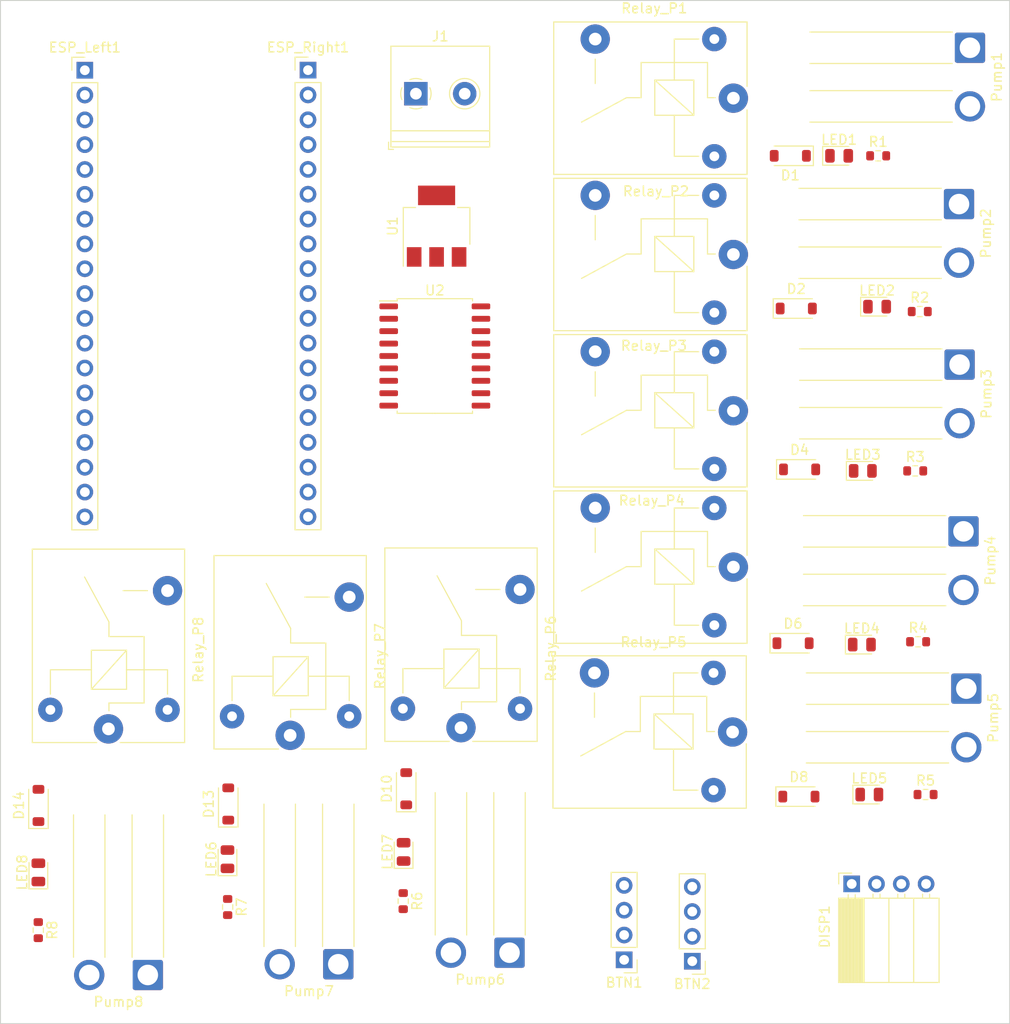
<source format=kicad_pcb>
(kicad_pcb (version 20221018) (generator pcbnew)
  (layers (0 "F.Cu" signal) (31 "B.Cu" signal) (34 "B.Paste" user) (35 "F.Paste" user) (36 "B.SilkS" user "B.Silkscreen") (37 "F.SilkS" user "F.Silkscreen") (38 "B.Mask" user) (39 "F.Mask" user) (44 "Edge.Cuts" user))
  (net 0 "")
  (net 6 "BTN1")
  (net 7 "BTN2")
  (net 8 "5V_P2")
  (net 11 "5V")
  (net 16 "5V_P1")
  (net 24 "5V_P3")
  (net 26 "5V_P4")
  (net 30 "5V_P5")
  (net 31 "5V_P7")
  (net 32 "GND")
  (net 33 "12V")
  (net 34 "12V_P1")
  (net 35 "P1")
  (net 36 "5V_P6")
  (net 37 "5V_P8")
  (net 38 "P8")
  (net 39 "P2")
  (net 40 "P3")
  (net 41 "P4")
  (net 42 "P5")
  (net 43 "P6")
  (net 44 "P7")
  (net 45 "12V_P2")
  (net 46 "12V_P3")
  (net 47 "12V_P4")
  (net 48 "12V_P5")
  (net 49 "12V_P7")
  (net 50 "12V_P6")
  (net 51 "12V_P8")
  (net 52 "Net-(LED1-K)")
  (net 53 "Net-(LED2-K)")
  (net 54 "Net-(LED3-K)")
  (net 55 "Net-(LED4-K)")
  (net 56 "Net-(LED5-K)")
  (net 57 "Net-(LED6-K)")
  (net 58 "Net-(LED7-K)")
  (net 59 "Net-(LED8-K)")
  (footprint "Relay_THT:Relay_SPST_SANYOU_SRD_Series_Form_A" (layer "F.Cu") (at 105 62 180)
    (fp_text reference "Relay_P3" (at 8.14 6.66) (layer "F.SilkS"))
    (fp_text value "SANYOU_SRD_Form_A")
    (pad "1" thru_hole circle (at 0 0 270) (size 3 3) (drill 1.3) (layers "*.Cu" "*.Mask") (net 46 "12V_P3"))
    (pad "2" thru_hole circle (at 1.95 6.05 270) (size 2.5 2.5) (drill 1) (layers "*.Cu" "*.Mask") (net 24 "5V_P3"))
    (pad "3" thru_hole circle (at 14.15 6.05 270) (size 3 3) (drill 1.3) (layers "*.Cu" "*.Mask") (net 33 "12V"))
    (pad "5" thru_hole circle (at 1.95 -5.95 270) (size 2.5 2.5) (drill 1) (layers "*.Cu" "*.Mask") (net 32 "GND"))
  )
  (footprint "Resistor_SMD:R_0603_1608Metric" (layer "F.Cu") (at 124.09 51.84)
    (fp_text reference "R2" (at 0 -1.43) (layer "F.SilkS"))
    (fp_text value "110")
    (pad "1" smd roundrect (at -0.825 0) (size 0.8 0.95) (layers "F.Cu" "F.Paste" "F.Mask") (net 53 "Net-(LED2-K)"))
    (pad "2" smd roundrect (at 0.825 0) (size 0.8 0.95) (layers "F.Cu" "F.Paste" "F.Mask") (net 32 "GND"))
  )
  (footprint "Package_TO_SOT_SMD:SOT-223-3_TabPin2" (layer "F.Cu") (at 74.6 43.1 90)
    (fp_text reference "U1" (at 0 -4.5 90) (layer "F.SilkS"))
    (fp_text value "AMS1117-5.0")
    (pad "1" smd rect (at -3.15 -2.3 90) (size 2 1.5) (layers "F.Cu" "F.Paste" "F.Mask") (net 32 "GND"))
    (pad "2" smd rect (at -3.15 0 90) (size 2 1.5) (layers "F.Cu" "F.Paste" "F.Mask") (net 11 "5V"))
    (pad "2" smd rect (at 3.15 0 90) (size 2 3.8) (layers "F.Cu" "F.Paste" "F.Mask") (net 11 "5V"))
    (pad "3" smd rect (at -3.15 2.3 90) (size 2 1.5) (layers "F.Cu" "F.Paste" "F.Mask") (net 33 "12V"))
  )
  (footprint "LED_SMD:LED_0805_2012Metric" (layer "F.Cu") (at 71.22 107.15 90)
    (fp_text reference "LED7" (at 0 -1.65 90) (layer "F.SilkS"))
    (fp_text value "LED")
    (pad "1" smd roundrect (at -0.9375 0 90) (size 0.975 1.4) (layers "F.Cu" "F.Paste" "F.Mask") (net 58 "Net-(LED7-K)"))
    (pad "2" smd roundrect (at 0.9375 0 90) (size 0.975 1.4) (layers "F.Cu" "F.Paste" "F.Mask") (net 31 "5V_P7"))
  )
  (footprint "LED_SMD:LED_0805_2012Metric" (layer "F.Cu") (at 119.72 51.34)
    (fp_text reference "LED2" (at 0 -1.65) (layer "F.SilkS"))
    (fp_text value "LED")
    (pad "1" smd roundrect (at -0.9375 0) (size 0.975 1.4) (layers "F.Cu" "F.Paste" "F.Mask") (net 53 "Net-(LED2-K)"))
    (pad "2" smd roundrect (at 0.9375 0) (size 0.975 1.4) (layers "F.Cu" "F.Paste" "F.Mask") (net 8 "5V_P2"))
  )
  (footprint "Resistor_SMD:R_0603_1608Metric" (layer "F.Cu") (at 119.83 35.9)
    (fp_text reference "R1" (at 0 -1.43) (layer "F.SilkS"))
    (fp_text value "110")
    (pad "1" smd roundrect (at -0.825 0) (size 0.8 0.95) (layers "F.Cu" "F.Paste" "F.Mask") (net 52 "Net-(LED1-K)"))
    (pad "2" smd roundrect (at 0.825 0) (size 0.8 0.95) (layers "F.Cu" "F.Paste" "F.Mask") (net 32 "GND"))
  )
  (footprint "esp32_devboards:esp32_38P_right" (layer "F.Cu") (at 50 50)
    (fp_text reference "ESP_Right1" (at 11.43 -25.2) (layer "F.SilkS"))
    (fp_text value "esp32_38P_Right")
    (pad "20" thru_hole oval (at 11.43 22.85) (size 1.7 1.7) (drill 1) (layers "*.Cu" "*.Mask"))
    (pad "21" thru_hole oval (at 11.43 20.31) (size 1.7 1.7) (drill 1) (layers "*.Cu" "*.Mask"))
    (pad "22" thru_hole oval (at 11.43 17.77) (size 1.7 1.7) (drill 1) (layers "*.Cu" "*.Mask"))
    (pad "23" thru_hole oval (at 11.43 15.23) (size 1.7 1.7) (drill 1) (layers "*.Cu" "*.Mask"))
    (pad "24" thru_hole oval (at 11.43 12.69) (size 1.7 1.7) (drill 1) (layers "*.Cu" "*.Mask"))
    (pad "25" thru_hole oval (at 11.43 10.15) (size 1.7 1.7) (drill 1) (layers "*.Cu" "*.Mask"))
    (pad "26" thru_hole oval (at 11.43 7.61) (size 1.7 1.7) (drill 1) (layers "*.Cu" "*.Mask"))
    (pad "27" thru_hole oval (at 11.43 5.07) (size 1.7 1.7) (drill 1) (layers "*.Cu" "*.Mask") (net 35 "P1"))
    (pad "28" thru_hole oval (at 11.43 2.53) (size 1.7 1.7) (drill 1) (layers "*.Cu" "*.Mask") (net 39 "P2"))
    (pad "29" thru_hole oval (at 11.43 -0.01) (size 1.7 1.7) (drill 1) (layers "*.Cu" "*.Mask"))
    (pad "30" thru_hole oval (at 11.43 -2.55) (size 1.7 1.7) (drill 1) (layers "*.Cu" "*.Mask") (net 40 "P3"))
    (pad "31" thru_hole oval (at 11.43 -5.09) (size 1.7 1.7) (drill 1) (layers "*.Cu" "*.Mask") (net 41 "P4"))
    (pad "32" thru_hole oval (at 11.43 -7.63) (size 1.7 1.7) (drill 1) (layers "*.Cu" "*.Mask"))
    (pad "33" thru_hole oval (at 11.43 -10.17) (size 1.7 1.7) (drill 1) (layers "*.Cu" "*.Mask") (net 42 "P5"))
    (pad "34" thru_hole oval (at 11.43 -12.71) (size 1.7 1.7) (drill 1) (layers "*.Cu" "*.Mask"))
    (pad "35" thru_hole oval (at 11.43 -15.25) (size 1.7 1.7) (drill 1) (layers "*.Cu" "*.Mask"))
    (pad "36" thru_hole oval (at 11.43 -17.79) (size 1.7 1.7) (drill 1) (layers "*.Cu" "*.Mask") (net 43 "P6"))
    (pad "37" thru_hole oval (at 11.43 -20.33) (size 1.7 1.7) (drill 1) (layers "*.Cu" "*.Mask") (net 44 "P7"))
    (pad "38" thru_hole rect (at 11.43 -22.87) (size 1.7 1.7) (drill 1) (layers "*.Cu" "*.Mask") (net 32 "GND"))
  )
  (footprint "Diode_SMD:D_SOD-123" (layer "F.Cu") (at 111.1125 85.79)
    (fp_text reference "D6" (at 0 -2) (layer "F.SilkS"))
    (fp_text value "1N4007")
    (pad "1" smd roundrect (at -1.65 0) (size 0.9 1.2) (layers "F.Cu" "F.Paste" "F.Mask") (net 26 "5V_P4"))
    (pad "2" smd roundrect (at 1.65 0) (size 0.9 1.2) (layers "F.Cu" "F.Paste" "F.Mask") (net 32 "GND"))
  )
  (footprint "Diode_SMD:D_SOD-123" (layer "F.Cu") (at 111.7825 68)
    (fp_text reference "D4" (at 0 -2) (layer "F.SilkS"))
    (fp_text value "1N4007")
    (pad "1" smd roundrect (at -1.65 0) (size 0.9 1.2) (layers "F.Cu" "F.Paste" "F.Mask") (net 24 "5V_P3"))
    (pad "2" smd roundrect (at 1.65 0) (size 0.9 1.2) (layers "F.Cu" "F.Paste" "F.Mask") (net 32 "GND"))
  )
  (footprint "Diode_SMD:D_SOD-123" (layer "F.Cu") (at 53.26 102.2475 90)
    (fp_text reference "D13" (at 0 -2 90) (layer "F.SilkS"))
    (fp_text value "1N4007")
    (pad "1" smd roundrect (at -1.65 0 90) (size 0.9 1.2) (layers "F.Cu" "F.Paste" "F.Mask") (net 36 "5V_P6"))
    (pad "2" smd roundrect (at 1.65 0 90) (size 0.9 1.2) (layers "F.Cu" "F.Paste" "F.Mask") (net 32 "GND"))
  )
  (footprint "Relay_THT:Relay_SPST_SANYOU_SRD_Series_Form_A" (layer "F.Cu") (at 105 78 180)
    (fp_text reference "Relay_P4" (at 8.36 6.81) (layer "F.SilkS"))
    (fp_text value "SANYOU_SRD_Form_A")
    (pad "1" thru_hole circle (at 0 0 270) (size 3 3) (drill 1.3) (layers "*.Cu" "*.Mask") (net 47 "12V_P4"))
    (pad "2" thru_hole circle (at 1.95 6.05 270) (size 2.5 2.5) (drill 1) (layers "*.Cu" "*.Mask") (net 26 "5V_P4"))
    (pad "3" thru_hole circle (at 14.15 6.05 270) (size 3 3) (drill 1.3) (layers "*.Cu" "*.Mask") (net 33 "12V"))
    (pad "5" thru_hole circle (at 1.95 -5.95 270) (size 2.5 2.5) (drill 1) (layers "*.Cu" "*.Mask") (net 32 "GND"))
  )
  (footprint "Resistor_SMD:R_0603_1608Metric" (layer "F.Cu") (at 33.8 115.16 -90)
    (fp_text reference "R8" (at 0 -1.43 90) (layer "F.SilkS"))
    (fp_text value "110")
    (pad "1" smd roundrect (at -0.825 0 270) (size 0.8 0.95) (layers "F.Cu" "F.Paste" "F.Mask") (net 59 "Net-(LED8-K)"))
    (pad "2" smd roundrect (at 0.825 0 270) (size 0.8 0.95) (layers "F.Cu" "F.Paste" "F.Mask") (net 32 "GND"))
  )
  (footprint "Connector_Wire:SolderWire-1.5sqmm_1x02_P6mm_D1.7mm_OD3mm_Relief" (layer "F.Cu") (at 129.23 24.84 -90)
    (fp_text reference "Pump1" (at 3 -2.75 90) (layer "F.SilkS"))
    (fp_text value "Conn_01x02_Socket")
    (pad "" np_thru_hole circle (at 0 18 270) (size 3.5 3.5) (drill 3.5) (layers "*.Cu" "*.Mask"))
    (pad "" np_thru_hole circle (at 6 18 270) (size 3.5 3.5) (drill 3.5) (layers "*.Cu" "*.Mask"))
    (pad "1" thru_hole roundrect (at 0 0 270) (size 3.1 3.1) (drill 2.1) (layers "*.Cu" "*.Mask") (roundrect_rratio 0.080645) (net 34 "12V_P1"))
    (pad "2" thru_hole circle (at 6 0 270) (size 3.1 3.1) (drill 2.1) (layers "*.Cu" "*.Mask") (net 32 "GND"))
  )
  (footprint "Relay_THT:Relay_SPST_SANYOU_SRD_Series_Form_A" (layer "F.Cu") (at 59.6 95.22 90)
    (fp_text reference "Relay_P7" (at 8.1 9.2 90) (layer "F.SilkS"))
    (fp_text value "SANYOU_SRD_Form_A")
    (pad "1" thru_hole circle (at 0 0 180) (size 3 3) (drill 1.3) (layers "*.Cu" "*.Mask") (net 50 "12V_P6"))
    (pad "2" thru_hole circle (at 1.95 6.05 180) (size 2.5 2.5) (drill 1) (layers "*.Cu" "*.Mask") (net 36 "5V_P6"))
    (pad "3" thru_hole circle (at 14.15 6.05 180) (size 3 3) (drill 1.3) (layers "*.Cu" "*.Mask") (net 33 "12V"))
    (pad "5" thru_hole circle (at 1.95 -5.95 180) (size 2.5 2.5) (drill 1) (layers "*.Cu" "*.Mask") (net 32 "GND"))
  )
  (footprint "Relay_THT:Relay_SPST_SANYOU_SRD_Series_Form_A" (layer "F.Cu") (at 77.1 94.44 90)
    (fp_text reference "Relay_P6" (at 8.1 9.2 90) (layer "F.SilkS"))
    (fp_text value "SANYOU_SRD_Form_A")
    (pad "1" thru_hole circle (at 0 0 180) (size 3 3) (drill 1.3) (layers "*.Cu" "*.Mask") (net 49 "12V_P7"))
    (pad "2" thru_hole circle (at 1.95 6.05 180) (size 2.5 2.5) (drill 1) (layers "*.Cu" "*.Mask") (net 31 "5V_P7"))
    (pad "3" thru_hole circle (at 14.15 6.05 180) (size 3 3) (drill 1.3) (layers "*.Cu" "*.Mask") (net 33 "12V"))
    (pad "5" thru_hole circle (at 1.95 -5.95 180) (size 2.5 2.5) (drill 1) (layers "*.Cu" "*.Mask") (net 32 "GND"))
  )
  (footprint "Diode_SMD:D_SOD-123" (layer "F.Cu") (at 110.83 35.9 180)
    (fp_text reference "D1" (at 0 -2) (layer "F.SilkS"))
    (fp_text value "1N4007")
    (pad "1" smd roundrect (at -1.65 0 180) (size 0.9 1.2) (layers "F.Cu" "F.Paste" "F.Mask") (net 16 "5V_P1"))
    (pad "2" smd roundrect (at 1.65 0 180) (size 0.9 1.2) (layers "F.Cu" "F.Paste" "F.Mask") (net 32 "GND"))
  )
  (footprint "Connector_Wire:SolderWire-1.5sqmm_1x02_P6mm_D1.7mm_OD3mm_Relief" (layer "F.Cu") (at 128.86 90.44 -90)
    (fp_text reference "Pump5" (at 3 -2.75 90) (layer "F.SilkS"))
    (fp_text value "Conn_01x02_Socket")
    (pad "" np_thru_hole circle (at 0 18 270) (size 3.5 3.5) (drill 3.5) (layers "*.Cu" "*.Mask"))
    (pad "" np_thru_hole circle (at 6 18 270) (size 3.5 3.5) (drill 3.5) (layers "*.Cu" "*.Mask"))
    (pad "1" thru_hole roundrect (at 0 0 270) (size 3.1 3.1) (drill 2.1) (layers "*.Cu" "*.Mask") (roundrect_rratio 0.080645) (net 48 "12V_P5"))
    (pad "2" thru_hole circle (at 6 0 270) (size 3.1 3.1) (drill 2.1) (layers "*.Cu" "*.Mask") (net 32 "GND"))
  )
  (footprint "Resistor_SMD:R_0603_1608Metric" (layer "F.Cu") (at 53.2 112.795 -90)
    (fp_text reference "R7" (at 0 -1.43 90) (layer "F.SilkS"))
    (fp_text value "110")
    (pad "1" smd roundrect (at -0.825 0 270) (size 0.8 0.95) (layers "F.Cu" "F.Paste" "F.Mask") (net 57 "Net-(LED6-K)"))
    (pad "2" smd roundrect (at 0.825 0 270) (size 0.8 0.95) (layers "F.Cu" "F.Paste" "F.Mask") (net 32 "GND"))
  )
  (footprint "Connector_Wire:SolderWire-1.5sqmm_1x02_P6mm_D1.7mm_OD3mm_Relief" (layer "F.Cu") (at 128.57 74.34 -90)
    (fp_text reference "Pump4" (at 3 -2.75 90) (layer "F.SilkS"))
    (fp_text value "Conn_01x02_Socket")
    (pad "" np_thru_hole circle (at 0 18 270) (size 3.5 3.5) (drill 3.5) (layers "*.Cu" "*.Mask"))
    (pad "" np_thru_hole circle (at 6 18 270) (size 3.5 3.5) (drill 3.5) (layers "*.Cu" "*.Mask"))
    (pad "1" thru_hole roundrect (at 0 0 270) (size 3.1 3.1) (drill 2.1) (layers "*.Cu" "*.Mask") (roundrect_rratio 0.080645) (net 47 "12V_P4"))
    (pad "2" thru_hole circle (at 6 0 270) (size 3.1 3.1) (drill 2.1) (layers "*.Cu" "*.Mask") (net 32 "GND"))
  )
  (footprint "Diode_SMD:D_SOD-123" (layer "F.Cu") (at 111.44 51.53)
    (fp_text reference "D2" (at 0 -2) (layer "F.SilkS"))
    (fp_text value "1N4007")
    (pad "1" smd roundrect (at -1.65 0) (size 0.9 1.2) (layers "F.Cu" "F.Paste" "F.Mask") (net 8 "5V_P2"))
    (pad "2" smd roundrect (at 1.65 0) (size 0.9 1.2) (layers "F.Cu" "F.Paste" "F.Mask") (net 32 "GND"))
  )
  (footprint "LED_SMD:LED_0805_2012Metric" (layer "F.Cu") (at 53.18 107.9 90)
    (fp_text reference "LED6" (at 0 -1.65 90) (layer "F.SilkS"))
    (fp_text value "LED")
    (pad "1" smd roundrect (at -0.9375 0 90) (size 0.975 1.4) (layers "F.Cu" "F.Paste" "F.Mask") (net 57 "Net-(LED6-K)"))
    (pad "2" smd roundrect (at 0.9375 0 90) (size 0.975 1.4) (layers "F.Cu" "F.Paste" "F.Mask") (net 36 "5V_P6"))
  )
  (footprint "LED_SMD:LED_0805_2012Metric" (layer "F.Cu") (at 118.2575 68.15)
    (fp_text reference "LED3" (at 0 -1.65) (layer "F.SilkS"))
    (fp_text value "LED")
    (pad "1" smd roundrect (at -0.9375 0) (size 0.975 1.4) (layers "F.Cu" "F.Paste" "F.Mask") (net 54 "Net-(LED3-K)"))
    (pad "2" smd roundrect (at 0.9375 0) (size 0.975 1.4) (layers "F.Cu" "F.Paste" "F.Mask") (net 24 "5V_P3"))
  )
  (footprint "esp32_devboards:esp32_38P_left" (layer "F.Cu") (at 50 50)
    (fp_text reference "ESP_Left1" (at -11.43 -25.19) (layer "F.SilkS"))
    (fp_text value "esp32_38P_Left")
    (pad "1" thru_hole rect (at -11.43 -22.86) (size 1.7 1.7) (drill 1) (layers "*.Cu" "*.Mask"))
    (pad "2" thru_hole oval (at -11.43 -20.32) (size 1.7 1.7) (drill 1) (layers "*.Cu" "*.Mask"))
    (pad "3" thru_hole oval (at -11.43 -17.78) (size 1.7 1.7) (drill 1) (layers "*.Cu" "*.Mask"))
    (pad "4" thru_hole oval (at -11.43 -15.24) (size 1.7 1.7) (drill 1) (layers "*.Cu" "*.Mask"))
    (pad "5" thru_hole oval (at -11.43 -12.7) (size 1.7 1.7) (drill 1) (layers "*.Cu" "*.Mask"))
    (pad "6" thru_hole oval (at -11.43 -10.16) (size 1.7 1.7) (drill 1) (layers "*.Cu" "*.Mask"))
    (pad "7" thru_hole oval (at -11.43 -7.62) (size 1.7 1.7) (drill 1) (layers "*.Cu" "*.Mask"))
    (pad "8" thru_hole oval (at -11.43 -5.08) (size 1.7 1.7) (drill 1) (layers "*.Cu" "*.Mask"))
    (pad "9" thru_hole oval (at -11.43 -2.54) (size 1.7 1.7) (drill 1) (layers "*.Cu" "*.Mask") (net 38 "P8"))
    (pad "10" thru_hole oval (at -11.43 0) (size 1.7 1.7) (drill 1) (layers "*.Cu" "*.Mask") (net 6 "BTN1"))
    (pad "11" thru_hole oval (at -11.43 2.54) (size 1.7 1.7) (drill 1) (layers "*.Cu" "*.Mask") (net 7 "BTN2"))
    (pad "12" thru_hole oval (at -11.43 5.08) (size 1.7 1.7) (drill 1) (layers "*.Cu" "*.Mask"))
    (pad "13" thru_hole oval (at -11.43 7.62) (size 1.7 1.7) (drill 1) (layers "*.Cu" "*.Mask"))
    (pad "14" thru_hole oval (at -11.43 10.16) (size 1.7 1.7) (drill 1) (layers "*.Cu" "*.Mask") (net 32 "GND"))
    (pad "15" thru_hole oval (at -11.43 12.7) (size 1.7 1.7) (drill 1) (layers "*.Cu" "*.Mask"))
    (pad "16" thru_hole oval (at -11.43 15.24) (size 1.7 1.7) (drill 1) (layers "*.Cu" "*.Mask"))
    (pad "17" thru_hole oval (at -11.43 17.78) (size 1.7 1.7) (drill 1) (layers "*.Cu" "*.Mask"))
    (pad "18" thru_hole oval (at -11.43 20.32) (size 1.7 1.7) (drill 1) (layers "*.Cu" "*.Mask"))
    (pad "19" thru_hole oval (at -11.43 22.86) (size 1.7 1.7) (drill 1) (layers "*.Cu" "*.Mask") (net 11 "5V"))
  )
  (footprint "Resistor_SMD:R_0603_1608Metric" (layer "F.Cu") (at 123.625 68.15)
    (fp_text reference "R3" (at 0 -1.43) (layer "F.SilkS"))
    (fp_text value "110")
    (pad "1" smd roundrect (at -0.825 0) (size 0.8 0.95) (layers "F.Cu" "F.Paste" "F.Mask") (net 54 "Net-(LED3-K)"))
    (pad "2" smd roundrect (at 0.825 0) (size 0.8 0.95) (layers "F.Cu" "F.Paste" "F.Mask") (net 32 "GND"))
  )
  (footprint "Package_SO:SOP-18_7.495x11.515mm_P1.27mm" (layer "F.Cu") (at 74.42 56.39)
    (fp_text reference "U2" (at 0 -6.71) (layer "F.SilkS"))
    (fp_text value "ULN2803A")
    (pad "1" smd roundrect (at -4.725 -5.08) (size 1.9 0.6) (layers "F.Cu" "F.Paste" "F.Mask") (net 35 "P1"))
    (pad "2" smd roundrect (at -4.725 -3.81) (size 1.9 0.6) (layers "F.Cu" "F.Paste" "F.Mask") (net 39 "P2"))
    (pad "3" smd roundrect (at -4.725 -2.54) (size 1.9 0.6) (layers "F.Cu" "F.Paste" "F.Mask") (net 40 "P3"))
    (pad "4" smd roundrect (at -4.725 -1.27) (size 1.9 0.6) (layers "F.Cu" "F.Paste" "F.Mask") (net 41 "P4"))
    (pad "5" smd roundrect (at -4.725 0) (size 1.9 0.6) (layers "F.Cu" "F.Paste" "F.Mask") (net 42 "P5"))
    (pad "6" smd roundrect (at -4.725 1.27) (size 1.9 0.6) (layers "F.Cu" "F.Paste" "F.Mask") (net 43 "P6"))
    (pad "7" smd roundrect (at -4.725 2.54) (size 1.9 0.6) (layers "F.Cu" "F.Paste" "F.Mask") (net 44 "P7"))
    (pad "8" smd roundrect (at -4.725 3.81) (size 1.9 0.6) (layers "F.Cu" "F.Paste" "F.Mask") (net 38 "P8"))
    (pad "9" smd roundrect (at -4.725 5.08) (size 1.9 0.6) (layers "F.Cu" "F.Paste" "F.Mask") (net 32 "GND"))
    (pad "10" smd roundrect (at 4.725 5.08) (size 1.9 0.6) (layers "F.Cu" "F.Paste" "F.Mask") (net 11 "5V"))
    (pad "11" smd roundrect (at 4.725 3.81) (size 1.9 0.6) (layers "F.Cu" "F.Paste" "F.Mask") (net 37 "5V_P8"))
    (pad "12" smd roundrect (at 4.725 2.54) (size 1.9 0.6) (layers "F.Cu" "F.Paste" "F.Mask") (net 31 "5V_P7"))
    (pad "13" smd roundrect (at 4.725 1.27) (size 1.9 0.6) (layers "F.Cu" "F.Paste" "F.Mask") (net 36 "5V_P6"))
    (pad "14" smd roundrect (at 4.725 0) (size 1.9 0.6) (layers "F.Cu" "F.Paste" "F.Mask") (net 30 "5V_P5"))
    (pad "15" smd roundrect (at 4.725 -1.27) (size 1.9 0.6) (layers "F.Cu" "F.Paste" "F.Mask") (net 26 "5V_P4"))
    (pad "16" smd roundrect (at 4.725 -2.54) (size 1.9 0.6) (layers "F.Cu" "F.Paste" "F.Mask") (net 24 "5V_P3"))
    (pad "17" smd roundrect (at 4.725 -3.81) (size 1.9 0.6) (layers "F.Cu" "F.Paste" "F.Mask") (net 8 "5V_P2"))
    (pad "18" smd roundrect (at 4.725 -5.08) (size 1.9 0.6) (layers "F.Cu" "F.Paste" "F.Mask") (net 16 "5V_P1"))
  )
  (footprint "Relay_THT:Relay_SPST_SANYOU_SRD_Series_Form_A" (layer "F.Cu") (at 40.99 94.56 90)
    (fp_text reference "Relay_P8" (at 8.1 9.2 90) (layer "F.SilkS"))
    (fp_text value "SANYOU_SRD_Form_A")
    (pad "1" thru_hole circle (at 0 0 180) (size 3 3) (drill 1.3) (layers "*.Cu" "*.Mask") (net 51 "12V_P8"))
    (pad "2" thru_hole circle (at 1.95 6.05 180) (size 2.5 2.5) (drill 1) (layers "*.Cu" "*.Mask") (net 37 "5V_P8"))
    (pad "3" thru_hole circle (at 14.15 6.05 180) (size 3 3) (drill 1.3) (layers "*.Cu" "*.Mask") (net 33 "12V"))
    (pad "5" thru_hole circle (at 1.95 -5.95 180) (size 2.5 2.5) (drill 1) (layers "*.Cu" "*.Mask") (net 32 "GND"))
  )
  (footprint "Resistor_SMD:R_0603_1608Metric" (layer "F.Cu") (at 123.92 85.64)
    (fp_text reference "R4" (at 0 -1.43) (layer "F.SilkS"))
    (fp_text value "110")
    (pad "1" smd roundrect (at -0.825 0) (size 0.8 0.95) (layers "F.Cu" "F.Paste" "F.Mask") (net 55 "Net-(LED4-K)"))
    (pad "2" smd roundrect (at 0.825 0) (size 0.8 0.95) (layers "F.Cu" "F.Paste" "F.Mask") (net 32 "GND"))
  )
  (footprint "Relay_THT:Relay_SPST_SANYOU_SRD_Series_Form_A" (layer "F.Cu") (at 105 30 180)
    (fp_text reference "Relay_P1" (at 8.1 9.2) (layer "F.SilkS"))
    (fp_text value "SANYOU_SRD_Form_A")
    (pad "1" thru_hole circle (at 0 0 270) (size 3 3) (drill 1.3) (layers "*.Cu" "*.Mask") (net 34 "12V_P1"))
    (pad "2" thru_hole circle (at 1.95 6.05 270) (size 2.5 2.5) (drill 1) (layers "*.Cu" "*.Mask") (net 16 "5V_P1"))
    (pad "3" thru_hole circle (at 14.15 6.05 270) (size 3 3) (drill 1.3) (layers "*.Cu" "*.Mask") (net 33 "12V"))
    (pad "5" thru_hole circle (at 1.95 -5.95 270) (size 2.5 2.5) (drill 1) (layers "*.Cu" "*.Mask") (net 32 "GND"))
  )
  (footprint "Connector_Wire:SolderWire-1.5sqmm_1x02_P6mm_D1.7mm_OD3mm_Relief" (layer "F.Cu") (at 64.53 118.65 180)
    (fp_text reference "Pump7" (at 3 -2.75) (layer "F.SilkS"))
    (fp_text value "Conn_01x02_Socket")
    (pad "" np_thru_hole circle (at 0 18 180) (size 3.5 3.5) (drill 3.5) (layers "*.Cu" "*.Mask"))
    (pad "" np_thru_hole circle (at 6 18 180) (size 3.5 3.5) (drill 3.5) (layers "*.Cu" "*.Mask"))
    (pad "1" thru_hole roundrect (at 0 0 180) (size 3.1 3.1) (drill 2.1) (layers "*.Cu" "*.Mask") (roundrect_rratio 0.080645) (net 50 "12V_P6"))
    (pad "2" thru_hole circle (at 6 0 180) (size 3.1 3.1) (drill 2.1) (layers "*.Cu" "*.Mask") (net 32 "GND"))
  )
  (footprint "Connector_Wire:SolderWire-1.5sqmm_1x02_P6mm_D1.7mm_OD3mm_Relief" (layer "F.Cu") (at 128.17 57.27 -90)
    (fp_text reference "Pump3" (at 3 -2.75 90) (layer "F.SilkS"))
    (fp_text value "Conn_01x02_Socket")
    (pad "" np_thru_hole circle (at 0 18 270) (size 3.5 3.5) (drill 3.5) (layers "*.Cu" "*.Mask"))
    (pad "" np_thru_hole circle (at 6 18 270) (size 3.5 3.5) (drill 3.5) (layers "*.Cu" "*.Mask"))
    (pad "1" thru_hole roundrect (at 0 0 270) (size 3.1 3.1) (drill 2.1) (layers "*.Cu" "*.Mask") (roundrect_rratio 0.080645) (net 46 "12V_P3"))
    (pad "2" thru_hole circle (at 6 0 270) (size 3.1 3.1) (drill 2.1) (layers "*.Cu" "*.Mask") (net 32 "GND"))
  )
  (footprint "LED_SMD:LED_0805_2012Metric" (layer "F.Cu") (at 33.81 109.25 90)
    (fp_text reference "LED8" (at 0 -1.65 90) (layer "F.SilkS"))
    (fp_text value "LED")
    (pad "1" smd roundrect (at -0.9375 0 90) (size 0.975 1.4) (layers "F.Cu" "F.Paste" "F.Mask") (net 59 "Net-(LED8-K)"))
    (pad "2" smd roundrect (at 0.9375 0 90) (size 0.975 1.4) (layers "F.Cu" "F.Paste" "F.Mask") (net 37 "5V_P8"))
  )
  (footprint "Connector_Wire:SolderWire-1.5sqmm_1x02_P6mm_D1.7mm_OD3mm_Relief" (layer "F.Cu") (at 45.02 119.75 180)
    (fp_text reference "Pump8" (at 3 -2.75) (layer "F.SilkS"))
    (fp_text value "Conn_01x02_Socket")
    (pad "" np_thru_hole circle (at 0 18 180) (size 3.5 3.5) (drill 3.5) (layers "*.Cu" "*.Mask"))
    (pad "" np_thru_hole circle (at 6 18 180) (size 3.5 3.5) (drill 3.5) (layers "*.Cu" "*.Mask"))
    (pad "1" thru_hole roundrect (at 0 0 180) (size 3.1 3.1) (drill 2.1) (layers "*.Cu" "*.Mask") (roundrect_rratio 0.080645) (net 51 "12V_P8"))
    (pad "2" thru_hole circle (at 6 0 180) (size 3.1 3.1) (drill 2.1) (layers "*.Cu" "*.Mask") (net 32 "GND"))
  )
  (footprint "Connector_PinSocket_2.54mm:PinSocket_1x04_P2.54mm_Horizontal" (layer "F.Cu") (at 117.12 110.43 90)
    (fp_text reference "DISP1" (at -4.38 -2.77 90) (layer "F.SilkS"))
    (fp_text value "~")
    (pad "1" thru_hole rect (at 0 0 90) (size 1.7 1.7) (drill 1) (layers "*.Cu" "*.Mask"))
    (pad "2" thru_hole oval (at 0 2.54 90) (size 1.7 1.7) (drill 1) (layers "*.Cu" "*.Mask"))
    (pad "3" thru_hole oval (at 0 5.08 90) (size 1.7 1.7) (drill 1) (layers "*.Cu" "*.Mask"))
    (pad "4" thru_hole oval (at 0 7.62 90) (size 1.7 1.7) (drill 1) (layers "*.Cu" "*.Mask"))
  )
  (footprint "Connector_Wire:SolderWire-1.5sqmm_1x02_P6mm_D1.7mm_OD3mm_Relief" (layer "F.Cu") (at 82.07 117.47 180)
    (fp_text reference "Pump6" (at 3 -2.75) (layer "F.SilkS"))
    (fp_text value "Conn_01x02_Socket")
    (pad "" np_thru_hole circle (at 0 18 180) (size 3.5 3.5) (drill 3.5) (layers "*.Cu" "*.Mask"))
    (pad "" np_thru_hole circle (at 6 18 180) (size 3.5 3.5) (drill 3.5) (layers "*.Cu" "*.Mask"))
    (pad "1" thru_hole roundrect (at 0 0 180) (size 3.1 3.1) (drill 2.1) (layers "*.Cu" "*.Mask") (roundrect_rratio 0.080645) (net 49 "12V_P7"))
    (pad "2" thru_hole circle (at 6 0 180) (size 3.1 3.1) (drill 2.1) (layers "*.Cu" "*.Mask") (net 32 "GND"))
  )
  (footprint "Connector_Wire:SolderWire-1.5sqmm_1x02_P6mm_D1.7mm_OD3mm_Relief" (layer "F.Cu") (at 128.11 40.84 -90)
    (fp_text reference "Pump2" (at 3 -2.75 90) (layer "F.SilkS"))
    (fp_text value "Conn_01x02_Socket")
    (pad "" np_thru_hole circle (at 0 18 270) (size 3.5 3.5) (drill 3.5) (layers "*.Cu" "*.Mask"))
    (pad "" np_thru_hole circle (at 6 18 270) (size 3.5 3.5) (drill 3.5) (layers "*.Cu" "*.Mask"))
    (pad "1" thru_hole roundrect (at 0 0 270) (size 3.1 3.1) (drill 2.1) (layers "*.Cu" "*.Mask") (roundrect_rratio 0.080645) (net 45 "12V_P2"))
    (pad "2" thru_hole circle (at 6 0 270) (size 3.1 3.1) (drill 2.1) (layers "*.Cu" "*.Mask") (net 32 "GND"))
  )
  (footprint "LED_SMD:LED_0805_2012Metric" (layer "F.Cu") (at 118.9275 101.28)
    (fp_text reference "LED5" (at 0 -1.65) (layer "F.SilkS"))
    (fp_text value "LED")
    (pad "1" smd roundrect (at -0.9375 0) (size 0.975 1.4) (layers "F.Cu" "F.Paste" "F.Mask") (net 56 "Net-(LED5-K)"))
    (pad "2" smd roundrect (at 0.9375 0) (size 0.975 1.4) (layers "F.Cu" "F.Paste" "F.Mask") (net 30 "5V_P5"))
  )
  (footprint "Relay_THT:Relay_SPST_SANYOU_SRD_Series_Form_A" (layer "F.Cu") (at 105 46 180)
    (fp_text reference "Relay_P2" (at 7.93 6.47) (layer "F.SilkS"))
    (fp_text value "SANYOU_SRD_Form_A")
    (pad "1" thru_hole circle (at 0 0 270) (size 3 3) (drill 1.3) (layers "*.Cu" "*.Mask") (net 45 "12V_P2"))
    (pad "2" thru_hole circle (at 1.95 6.05 270) (size 2.5 2.5) (drill 1) (layers "*.Cu" "*.Mask") (net 8 "5V_P2"))
    (pad "3" thru_hole circle (at 14.15 6.05 270) (size 3 3) (drill 1.3) (layers "*.Cu" "*.Mask") (net 33 "12V"))
    (pad "5" thru_hole circle (at 1.95 -5.95 270) (size 2.5 2.5) (drill 1) (layers "*.Cu" "*.Mask") (net 32 "GND"))
  )
  (footprint "LED_SMD:LED_0805_2012Metric" (layer "F.Cu") (at 118.16 85.93)
    (fp_text reference "LED4" (at 0 -1.65) (layer "F.SilkS"))
    (fp_text value "LED")
    (pad "1" smd roundrect (at -0.9375 0) (size 0.975 1.4) (layers "F.Cu" "F.Paste" "F.Mask") (net 55 "Net-(LED4-K)"))
    (pad "2" smd roundrect (at 0.9375 0) (size 0.975 1.4) (layers "F.Cu" "F.Paste" "F.Mask") (net 26 "5V_P4"))
  )
  (footprint "TerminalBlock_Philmore:TerminalBlock_Philmore_TB132_1x02_P5.00mm_Horizontal" (layer "F.Cu") (at 72.48 29.54)
    (fp_text reference "J1" (at 2.5 -5.86) (layer "F.SilkS"))
    (fp_text value "Screw_Terminal_01x02")
    (pad "1" thru_hole rect (at 0 0) (size 2.4 2.4) (drill 1.2) (layers "*.Cu" "*.Mask") (net 32 "GND"))
    (pad "2" thru_hole circle (at 5 0) (size 2.4 2.4) (drill 1.2) (layers "*.Cu" "*.Mask") (net 33 "12V"))
  )
  (footprint "Diode_SMD:D_SOD-123" (layer "F.Cu") (at 33.82 102.3975 90)
    (fp_text reference "D14" (at 0 -2 90) (layer "F.SilkS"))
    (fp_text value "1N4007")
    (pad "1" smd roundrect (at -1.65 0 90) (size 0.9 1.2) (layers "F.Cu" "F.Paste" "F.Mask") (net 37 "5V_P8"))
    (pad "2" smd roundrect (at 1.65 0 90) (size 0.9 1.2) (layers "F.Cu" "F.Paste" "F.Mask") (net 32 "GND"))
  )
  (footprint "Diode_SMD:D_SOD-123" (layer "F.Cu") (at 71.49 100.6875 90)
    (fp_text reference "D10" (at 0 -2 90) (layer "F.SilkS"))
    (fp_text value "1N4007")
    (pad "1" smd roundrect (at -1.65 0 90) (size 0.9 1.2) (layers "F.Cu" "F.Paste" "F.Mask") (net 31 "5V_P7"))
    (pad "2" smd roundrect (at 1.65 0 90) (size 0.9 1.2) (layers "F.Cu" "F.Paste" "F.Mask") (net 32 "GND"))
  )
  (footprint "Relay_THT:Relay_SPST_SANYOU_SRD_Series_Form_A" (layer "F.Cu") (at 104.92 94.88 180)
    (fp_text reference "Relay_P5" (at 8.1 9.2) (layer "F.SilkS"))
    (fp_text value "SANYOU_SRD_Form_A")
    (pad "1" thru_hole circle (at 0 0 270) (size 3 3) (drill 1.3) (layers "*.Cu" "*.Mask") (net 48 "12V_P5"))
    (pad "2" thru_hole circle (at 1.95 6.05 270) (size 2.5 2.5) (drill 1) (layers "*.Cu" "*.Mask") (net 30 "5V_P5"))
    (pad "3" thru_hole circle (at 14.15 6.05 270) (size 3 3) (drill 1.3) (layers "*.Cu" "*.Mask") (net 33 "12V"))
    (pad "5" thru_hole circle (at 1.95 -5.95 270) (size 2.5 2.5) (drill 1) (layers "*.Cu" "*.Mask") (net 32 "GND"))
  )
  (footprint "LED_SMD:LED_0805_2012Metric" (layer "F.Cu") (at 115.83 35.9)
    (fp_text reference "LED1" (at 0 -1.65) (layer "F.SilkS"))
    (fp_text value "LED")
    (pad "1" smd roundrect (at -0.9375 0) (size 0.975 1.4) (layers "F.Cu" "F.Paste" "F.Mask") (net 52 "Net-(LED1-K)"))
    (pad "2" smd roundrect (at 0.9375 0) (size 0.975 1.4) (layers "F.Cu" "F.Paste" "F.Mask") (net 16 "5V_P1"))
  )
  (footprint "Connector_PinHeader_2.54mm:PinHeader_1x04_P2.54mm_Vertical" (layer "F.Cu") (at 93.81 118.2 180)
    (fp_text reference "BTN1" (at 0 -2.33) (layer "F.SilkS"))
    (fp_text value "SW_Push_LED")
    (pad "1" thru_hole rect (at 0 0 180) (size 1.7 1.7) (drill 1) (layers "*.Cu" "*.Mask") (net 32 "GND"))
    (pad "2" thru_hole oval (at 0 2.54 180) (size 1.7 1.7) (drill 1) (layers "*.Cu" "*.Mask") (net 6 "BTN1"))
    (pad "3" thru_hole oval (at 0 5.08 180) (size 1.7 1.7) (drill 1) (layers "*.Cu" "*.Mask") (net 32 "GND"))
    (pad "4" thru_hole oval (at 0 7.62 180) (size 1.7 1.7) (drill 1) (layers "*.Cu" "*.Mask") (net 33 "12V"))
  )
  (footprint "Resistor_SMD:R_0603_1608Metric" (layer "F.Cu") (at 71.18 112.19 -90)
    (fp_text reference "R6" (at 0 -1.43 90) (layer "F.SilkS"))
    (fp_text value "110")
    (pad "1" smd roundrect (at -0.825 0 270) (size 0.8 0.95) (layers "F.Cu" "F.Paste" "F.Mask") (net 58 "Net-(LED7-K)"))
    (pad "2" smd roundrect (at 0.825 0 270) (size 0.8 0.95) (layers "F.Cu" "F.Paste" "F.Mask") (net 32 "GND"))
  )
  (footprint "Connector_PinHeader_2.54mm:PinHeader_1x04_P2.54mm_Vertical" (layer "F.Cu") (at 100.79 118.34 180)
    (fp_text reference "BTN2" (at 0 -2.33) (layer "F.SilkS"))
    (fp_text value "SW_Push_LED")
    (pad "1" thru_hole rect (at 0 0 180) (size 1.7 1.7) (drill 1) (layers "*.Cu" "*.Mask") (net 32 "GND"))
    (pad "2" thru_hole oval (at 0 2.54 180) (size 1.7 1.7) (drill 1) (layers "*.Cu" "*.Mask") (net 7 "BTN2"))
    (pad "3" thru_hole oval (at 0 5.08 180) (size 1.7 1.7) (drill 1) (layers "*.Cu" "*.Mask") (net 32 "GND"))
    (pad "4" thru_hole oval (at 0 7.62 180) (size 1.7 1.7) (drill 1) (layers "*.Cu" "*.Mask") (net 33 "12V"))
  )
  (footprint "Diode_SMD:D_SOD-123" (layer "F.Cu") (at 111.7125 101.49)
    (fp_text reference "D8" (at 0 -2) (layer "F.SilkS"))
    (fp_text value "1N4007")
    (pad "1" smd roundrect (at -1.65 0) (size 0.9 1.2) (layers "F.Cu" "F.Paste" "F.Mask") (net 30 "5V_P5"))
    (pad "2" smd roundrect (at 1.65 0) (size 0.9 1.2) (layers "F.Cu" "F.Paste" "F.Mask") (net 32 "GND"))
  )
  (footprint "Resistor_SMD:R_0603_1608Metric" (layer "F.Cu") (at 124.685 101.28)
    (fp_text reference "R5" (at 0 -1.43) (layer "F.SilkS"))
    (fp_text value "110")
    (pad "1" smd roundrect (at -0.825 0) (size 0.8 0.95) (layers "F.Cu" "F.Paste" "F.Mask") (net 56 "Net-(LED5-K)"))
    (pad "2" smd roundrect (at 0.825 0) (size 0.8 0.95) (layers "F.Cu" "F.Paste" "F.Mask") (net 32 "GND"))
  )
  (gr_rect (start 29.93 20) (end 133.3 124.73) (stroke (width 0.1)) (fill none) (layer "Edge.Cuts"))
)
</source>
